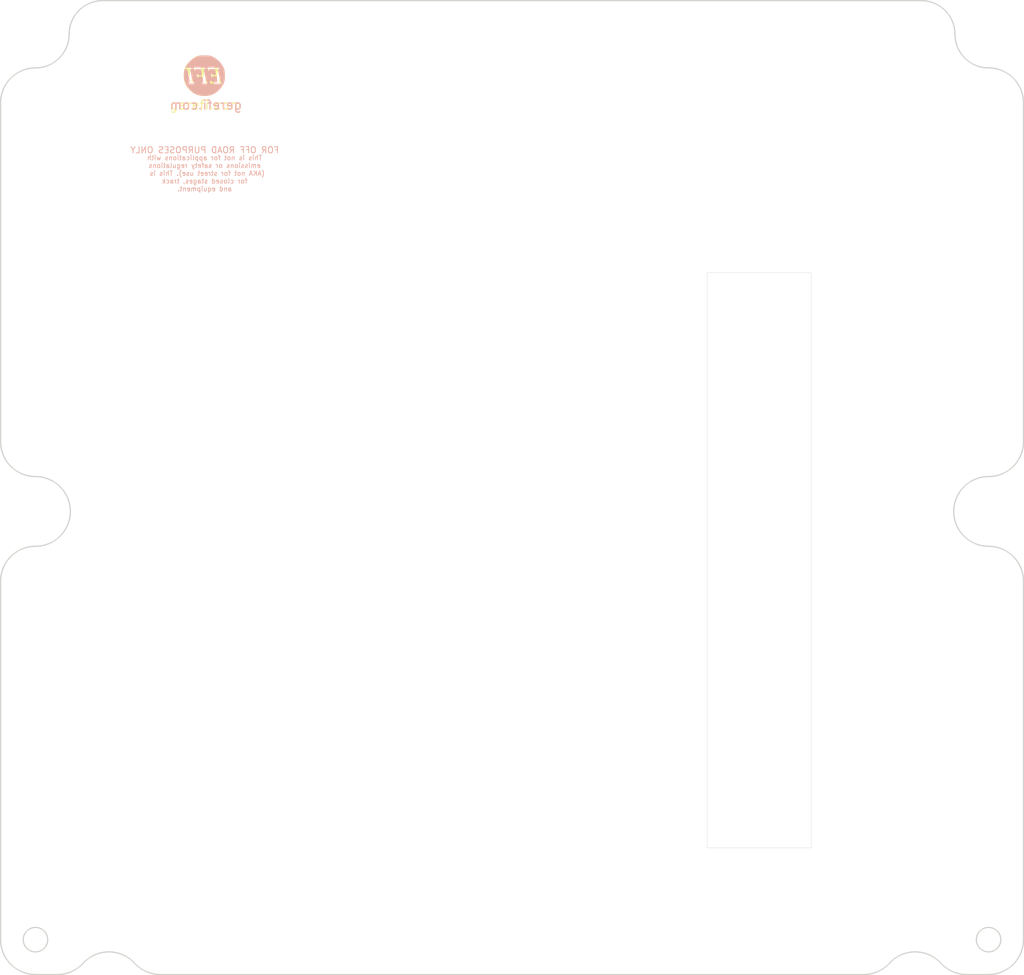
<source format=kicad_pcb>
(kicad_pcb (version 20171130) (host pcbnew "(5.1.7)-1")

  (general
    (thickness 1.6)
    (drawings 40)
    (tracks 0)
    (zones 0)
    (modules 3)
    (nets 1)
  )

  (page A3)
  (layers
    (0 F.Cu signal)
    (31 B.Cu signal)
    (32 B.Adhes user)
    (33 F.Adhes user)
    (34 B.Paste user)
    (35 F.Paste user)
    (36 B.SilkS user)
    (37 F.SilkS user)
    (38 B.Mask user)
    (39 F.Mask user)
    (40 Dwgs.User user)
    (41 Cmts.User user)
    (42 Eco1.User user)
    (43 Eco2.User user)
    (44 Edge.Cuts user)
    (45 Margin user)
    (46 B.CrtYd user)
    (47 F.CrtYd user)
    (48 B.Fab user)
    (49 F.Fab user)
  )

  (setup
    (last_trace_width 0.25)
    (trace_clearance 0.2)
    (zone_clearance 0.508)
    (zone_45_only no)
    (trace_min 0.2)
    (via_size 0.8)
    (via_drill 0.4)
    (via_min_size 0.4)
    (via_min_drill 0.3)
    (uvia_size 0.3)
    (uvia_drill 0.1)
    (uvias_allowed no)
    (uvia_min_size 0.2)
    (uvia_min_drill 0.1)
    (edge_width 0.05)
    (segment_width 0.2)
    (pcb_text_width 0.3)
    (pcb_text_size 1.5 1.5)
    (mod_edge_width 0.12)
    (mod_text_size 1 1)
    (mod_text_width 0.15)
    (pad_size 1.524 1.524)
    (pad_drill 0.762)
    (pad_to_mask_clearance 0)
    (aux_axis_origin 0 0)
    (visible_elements 7FFFFFFF)
    (pcbplotparams
      (layerselection 0x010fc_ffffffff)
      (usegerberextensions true)
      (usegerberattributes true)
      (usegerberadvancedattributes true)
      (creategerberjobfile true)
      (excludeedgelayer false)
      (linewidth 0.100000)
      (plotframeref false)
      (viasonmask false)
      (mode 1)
      (useauxorigin false)
      (hpglpennumber 1)
      (hpglpenspeed 20)
      (hpglpendiameter 15.000000)
      (psnegative false)
      (psa4output false)
      (plotreference true)
      (plotvalue true)
      (plotinvisibletext false)
      (padsonsilk false)
      (subtractmaskfromsilk false)
      (outputformat 1)
      (mirror false)
      (drillshape 0)
      (scaleselection 1)
      (outputdirectory "gerber/"))
  )

  (net 0 "")

  (net_class Default "This is the default net class."
    (clearance 0.2)
    (trace_width 0.25)
    (via_dia 0.8)
    (via_drill 0.4)
    (uvia_dia 0.3)
    (uvia_drill 0.1)
  )

  (module gerefi:Off_Road_Disclaimer (layer B.Cu) (tedit 5EC64B48) (tstamp 5FB9B81C)
    (at 129.35 78.1 180)
    (fp_text reference G? (at 0 5.715) (layer B.SilkS) hide
      (effects (font (size 1.524 1.524) (thickness 0.3048)) (justify mirror))
    )
    (fp_text value Disclaimer (at 0 8.255) (layer B.SilkS) hide
      (effects (font (size 1.524 1.524) (thickness 0.3048)) (justify mirror))
    )
    (fp_text user "and equipment." (at 0 -3.175) (layer B.SilkS)
      (effects (font (size 0.762 0.762) (thickness 0.127)) (justify mirror))
    )
    (fp_text user "for closed stages, track" (at 0 -1.905) (layer B.SilkS)
      (effects (font (size 0.762 0.762) (thickness 0.127)) (justify mirror))
    )
    (fp_text user "(AKA not for street use). This is " (at -0.127 -0.635) (layer B.SilkS)
      (effects (font (size 0.762 0.762) (thickness 0.127)) (justify mirror))
    )
    (fp_text user "emissions or safety regulations" (at 0 0.635) (layer B.SilkS)
      (effects (font (size 0.762 0.762) (thickness 0.127)) (justify mirror))
    )
    (fp_text user "This is not for applications with" (at 0 1.905) (layer B.SilkS)
      (effects (font (size 0.762 0.762) (thickness 0.127)) (justify mirror))
    )
    (fp_text user "FOR OFF ROAD PURPOSES ONLY" (at 0 3.175) (layer B.SilkS)
      (effects (font (size 1 1) (thickness 0.15)) (justify mirror))
    )
  )

  (module gerefi:LOGO (layer F.Cu) (tedit 5C163912) (tstamp 5FB9B54F)
    (at 129.3 62.8)
    (fp_text reference G? (at 0 4.14782) (layer F.SilkS) hide
      (effects (font (size 1.524 1.524) (thickness 0.3048)))
    )
    (fp_text value LOGO (at 0 -4.14782) (layer F.SilkS) hide
      (effects (font (size 1.524 1.524) (thickness 0.3048)))
    )
    (fp_poly (pts (xy 3.3528 -0.39624) (xy 3.35026 0.29972) (xy 3.19532 0.9906) (xy 2.8956 1.64338)
      (xy 2.46634 2.21996) (xy 2.31394 2.37744) (xy 1.80086 2.794) (xy 1.27508 3.07086)
      (xy 0.68834 3.2258) (xy 0.127 3.27406) (xy -0.46736 3.26898) (xy -0.9271 3.2004)
      (xy -1.05664 3.16484) (xy -1.73482 2.86258) (xy -2.32156 2.41808) (xy -2.8194 1.83134)
      (xy -3.10896 1.3462) (xy -3.21564 1.12776) (xy -3.28422 0.92964) (xy -3.32232 0.70866)
      (xy -3.3401 0.4191) (xy -3.34518 0.01016) (xy -3.34518 -0.04318) (xy -3.3401 -0.46736)
      (xy -3.32486 -0.77216) (xy -3.28676 -1.0033) (xy -3.22072 -1.21158) (xy -3.11658 -1.44272)
      (xy -3.10134 -1.46812) (xy -2.7686 -1.99644) (xy -2.31648 -2.49428) (xy -1.79832 -2.90576)
      (xy -1.47574 -3.09372) (xy -1.23698 -3.20294) (xy -1.03124 -3.2766) (xy -0.80518 -3.31724)
      (xy -0.51562 -3.33756) (xy -0.10922 -3.34264) (xy -0.04064 -3.34264) (xy 0.37846 -3.3401)
      (xy 0.68072 -3.32486) (xy 0.90932 -3.2893) (xy 1.1176 -3.22326) (xy 1.35382 -3.11658)
      (xy 1.44018 -3.0734) (xy 1.97612 -2.73558) (xy 2.47904 -2.28854) (xy 2.88798 -1.78308)
      (xy 2.95656 -1.67132) (xy 3.14706 -1.35382) (xy 2.63906 -1.35382) (xy 2.32664 -1.34112)
      (xy 2.14884 -1.2954) (xy 2.08534 -1.22936) (xy 2.10058 -1.12014) (xy 2.1717 -1.10236)
      (xy 2.26314 -1.05918) (xy 2.26568 -0.90678) (xy 2.25806 -0.86868) (xy 2.2225 -0.6858)
      (xy 2.16916 -0.38608) (xy 2.10058 -0.01778) (xy 2.06248 0.2032) (xy 1.98374 0.60452)
      (xy 1.91516 0.86614) (xy 1.84658 1.016) (xy 1.77038 1.07696) (xy 1.76022 1.0795)
      (xy 1.74752 1.08458) (xy 1.74752 -1.35382) (xy 0.78994 -1.35382) (xy 0.36576 -1.35128)
      (xy 0.08382 -1.33858) (xy -0.08128 -1.31318) (xy -0.15494 -1.27254) (xy -0.17018 -1.22682)
      (xy -0.1016 -1.11506) (xy -0.04318 -1.09982) (xy 0.01524 -1.1049) (xy 0.05334 -1.09728)
      (xy 0.06858 -1.0541) (xy 0.06096 -0.94996) (xy 0.0254 -0.75438) (xy -0.03556 -0.44704)
      (xy -0.127 0) (xy -0.20828 0.39624) (xy -0.27432 0.72898) (xy -0.32004 0.96266)
      (xy -0.33782 1.0668) (xy -0.33782 1.06934) (xy -0.40894 1.09728) (xy -0.46482 1.09982)
      (xy -0.53848 1.12776) (xy -0.53848 -1.35382) (xy -1.49606 -1.35382) (xy -1.92024 -1.35128)
      (xy -2.20218 -1.33858) (xy -2.36728 -1.31318) (xy -2.44094 -1.27254) (xy -2.45618 -1.22682)
      (xy -2.3876 -1.1176) (xy -2.3241 -1.09982) (xy -2.22758 -1.04394) (xy -2.23266 -0.9525)
      (xy -2.26568 -0.8128) (xy -2.3241 -0.5461) (xy -2.39522 -0.19558) (xy -2.4638 0.14732)
      (xy -2.5654 0.62484) (xy -2.65684 0.9398) (xy -2.73304 1.08712) (xy -2.75844 1.09982)
      (xy -2.89814 1.15824) (xy -2.921 1.18618) (xy -2.86512 1.22428) (xy -2.64922 1.25222)
      (xy -2.27838 1.26746) (xy -1.95326 1.27) (xy -0.93218 1.27) (xy -0.93218 1.016)
      (xy -0.97028 0.8128) (xy -1.05918 0.762) (xy -1.17094 0.8255) (xy -1.18618 0.88138)
      (xy -1.25984 0.94996) (xy -1.44526 1.01854) (xy -1.67894 1.07188) (xy -1.905 1.09982)
      (xy -2.06248 1.08712) (xy -2.09042 1.06934) (xy -2.10566 0.96774) (xy -2.09804 0.7493)
      (xy -2.07772 0.55372) (xy -2.0193 0.08382) (xy -1.68656 0.08382) (xy -1.47828 0.10414)
      (xy -1.36144 0.15748) (xy -1.35382 0.17526) (xy -1.3208 0.25908) (xy -1.2446 0.22352)
      (xy -1.1557 0.10414) (xy -1.0922 -0.06858) (xy -1.0922 -0.07112) (xy -1.07442 -0.26416)
      (xy -1.1303 -0.33782) (xy -1.15316 -0.33782) (xy -1.25984 -0.28956) (xy -1.27 -0.254)
      (xy -1.3462 -0.20066) (xy -1.53162 -0.17018) (xy -1.59512 -0.17018) (xy -1.9177 -0.17018)
      (xy -1.83388 -0.635) (xy -1.75006 -1.10236) (xy -1.24714 -1.09982) (xy -0.9652 -1.09474)
      (xy -0.82042 -1.0668) (xy -0.78486 -1.00838) (xy -0.79248 -0.97282) (xy -0.78232 -0.8636)
      (xy -0.72644 -0.84582) (xy -0.635 -0.92202) (xy -0.57658 -1.09728) (xy -0.57404 -1.09982)
      (xy -0.53848 -1.35382) (xy -0.53848 1.12776) (xy -0.57912 1.14554) (xy -0.59182 1.18618)
      (xy -0.51562 1.22936) (xy -0.31496 1.25984) (xy -0.08382 1.27) (xy 0.18542 1.2573)
      (xy 0.3683 1.22428) (xy 0.42418 1.18618) (xy 0.35306 1.11252) (xy 0.28702 1.09982)
      (xy 0.20574 1.07442) (xy 0.18034 0.96774) (xy 0.2032 0.74168) (xy 0.20828 0.70866)
      (xy 0.254 0.44704) (xy 0.29718 0.24892) (xy 0.31242 0.20066) (xy 0.40894 0.12954)
      (xy 0.5842 0.0889) (xy 0.7747 0.0889) (xy 0.90678 0.127) (xy 0.93218 0.17018)
      (xy 0.97282 0.25908) (xy 1.0668 0.2413) (xy 1.16586 0.13716) (xy 1.20904 0.02032)
      (xy 1.22936 -0.19304) (xy 1.17856 -0.254) (xy 1.08204 -0.18542) (xy 0.93218 -0.11684)
      (xy 0.70866 -0.08636) (xy 0.69088 -0.08382) (xy 0.40132 -0.08382) (xy 0.45974 -0.52578)
      (xy 0.50038 -0.7874) (xy 0.54102 -0.9779) (xy 0.5588 -1.03378) (xy 0.6604 -1.06934)
      (xy 0.87884 -1.09474) (xy 1.07188 -1.09982) (xy 1.34112 -1.0922) (xy 1.4732 -1.06172)
      (xy 1.50114 -1.00076) (xy 1.49352 -0.97536) (xy 1.50368 -0.8636) (xy 1.55956 -0.84582)
      (xy 1.651 -0.92202) (xy 1.70942 -1.09728) (xy 1.71196 -1.09982) (xy 1.74752 -1.35382)
      (xy 1.74752 1.08458) (xy 1.61544 1.14046) (xy 1.62306 1.19888) (xy 1.76276 1.2446)
      (xy 2.0193 1.26746) (xy 2.11582 1.27) (xy 2.3876 1.2573) (xy 2.57048 1.22428)
      (xy 2.62382 1.18618) (xy 2.55524 1.10998) (xy 2.49682 1.09982) (xy 2.43586 1.09474)
      (xy 2.39776 1.06426) (xy 2.3876 0.98298) (xy 2.40284 0.82296) (xy 2.44602 0.56134)
      (xy 2.52222 0.17272) (xy 2.57302 -0.08128) (xy 2.67716 -0.56388) (xy 2.77368 -0.89408)
      (xy 2.85496 -1.06426) (xy 2.88544 -1.08712) (xy 3.03276 -1.1811) (xy 3.06324 -1.21666)
      (xy 3.12674 -1.22428) (xy 3.2004 -1.0922) (xy 3.27406 -0.8509) (xy 3.33502 -0.5334)
      (xy 3.3528 -0.39624)) (layer F.SilkS) (width 0.00254))
  )

  (module gerefi:LOGO (layer B.Cu) (tedit 5C163912) (tstamp 5FB9B54B)
    (at 129.3 62.8 180)
    (fp_text reference G? (at 0 -4.14782) (layer B.SilkS) hide
      (effects (font (size 1.524 1.524) (thickness 0.3048)) (justify mirror))
    )
    (fp_text value LOGO (at 0 4.14782) (layer B.SilkS) hide
      (effects (font (size 1.524 1.524) (thickness 0.3048)) (justify mirror))
    )
    (fp_poly (pts (xy 3.3528 0.39624) (xy 3.35026 -0.29972) (xy 3.19532 -0.9906) (xy 2.8956 -1.64338)
      (xy 2.46634 -2.21996) (xy 2.31394 -2.37744) (xy 1.80086 -2.794) (xy 1.27508 -3.07086)
      (xy 0.68834 -3.2258) (xy 0.127 -3.27406) (xy -0.46736 -3.26898) (xy -0.9271 -3.2004)
      (xy -1.05664 -3.16484) (xy -1.73482 -2.86258) (xy -2.32156 -2.41808) (xy -2.8194 -1.83134)
      (xy -3.10896 -1.3462) (xy -3.21564 -1.12776) (xy -3.28422 -0.92964) (xy -3.32232 -0.70866)
      (xy -3.3401 -0.4191) (xy -3.34518 -0.01016) (xy -3.34518 0.04318) (xy -3.3401 0.46736)
      (xy -3.32486 0.77216) (xy -3.28676 1.0033) (xy -3.22072 1.21158) (xy -3.11658 1.44272)
      (xy -3.10134 1.46812) (xy -2.7686 1.99644) (xy -2.31648 2.49428) (xy -1.79832 2.90576)
      (xy -1.47574 3.09372) (xy -1.23698 3.20294) (xy -1.03124 3.2766) (xy -0.80518 3.31724)
      (xy -0.51562 3.33756) (xy -0.10922 3.34264) (xy -0.04064 3.34264) (xy 0.37846 3.3401)
      (xy 0.68072 3.32486) (xy 0.90932 3.2893) (xy 1.1176 3.22326) (xy 1.35382 3.11658)
      (xy 1.44018 3.0734) (xy 1.97612 2.73558) (xy 2.47904 2.28854) (xy 2.88798 1.78308)
      (xy 2.95656 1.67132) (xy 3.14706 1.35382) (xy 2.63906 1.35382) (xy 2.32664 1.34112)
      (xy 2.14884 1.2954) (xy 2.08534 1.22936) (xy 2.10058 1.12014) (xy 2.1717 1.10236)
      (xy 2.26314 1.05918) (xy 2.26568 0.90678) (xy 2.25806 0.86868) (xy 2.2225 0.6858)
      (xy 2.16916 0.38608) (xy 2.10058 0.01778) (xy 2.06248 -0.2032) (xy 1.98374 -0.60452)
      (xy 1.91516 -0.86614) (xy 1.84658 -1.016) (xy 1.77038 -1.07696) (xy 1.76022 -1.0795)
      (xy 1.74752 -1.08458) (xy 1.74752 1.35382) (xy 0.78994 1.35382) (xy 0.36576 1.35128)
      (xy 0.08382 1.33858) (xy -0.08128 1.31318) (xy -0.15494 1.27254) (xy -0.17018 1.22682)
      (xy -0.1016 1.11506) (xy -0.04318 1.09982) (xy 0.01524 1.1049) (xy 0.05334 1.09728)
      (xy 0.06858 1.0541) (xy 0.06096 0.94996) (xy 0.0254 0.75438) (xy -0.03556 0.44704)
      (xy -0.127 0) (xy -0.20828 -0.39624) (xy -0.27432 -0.72898) (xy -0.32004 -0.96266)
      (xy -0.33782 -1.0668) (xy -0.33782 -1.06934) (xy -0.40894 -1.09728) (xy -0.46482 -1.09982)
      (xy -0.53848 -1.12776) (xy -0.53848 1.35382) (xy -1.49606 1.35382) (xy -1.92024 1.35128)
      (xy -2.20218 1.33858) (xy -2.36728 1.31318) (xy -2.44094 1.27254) (xy -2.45618 1.22682)
      (xy -2.3876 1.1176) (xy -2.3241 1.09982) (xy -2.22758 1.04394) (xy -2.23266 0.9525)
      (xy -2.26568 0.8128) (xy -2.3241 0.5461) (xy -2.39522 0.19558) (xy -2.4638 -0.14732)
      (xy -2.5654 -0.62484) (xy -2.65684 -0.9398) (xy -2.73304 -1.08712) (xy -2.75844 -1.09982)
      (xy -2.89814 -1.15824) (xy -2.921 -1.18618) (xy -2.86512 -1.22428) (xy -2.64922 -1.25222)
      (xy -2.27838 -1.26746) (xy -1.95326 -1.27) (xy -0.93218 -1.27) (xy -0.93218 -1.016)
      (xy -0.97028 -0.8128) (xy -1.05918 -0.762) (xy -1.17094 -0.8255) (xy -1.18618 -0.88138)
      (xy -1.25984 -0.94996) (xy -1.44526 -1.01854) (xy -1.67894 -1.07188) (xy -1.905 -1.09982)
      (xy -2.06248 -1.08712) (xy -2.09042 -1.06934) (xy -2.10566 -0.96774) (xy -2.09804 -0.7493)
      (xy -2.07772 -0.55372) (xy -2.0193 -0.08382) (xy -1.68656 -0.08382) (xy -1.47828 -0.10414)
      (xy -1.36144 -0.15748) (xy -1.35382 -0.17526) (xy -1.3208 -0.25908) (xy -1.2446 -0.22352)
      (xy -1.1557 -0.10414) (xy -1.0922 0.06858) (xy -1.0922 0.07112) (xy -1.07442 0.26416)
      (xy -1.1303 0.33782) (xy -1.15316 0.33782) (xy -1.25984 0.28956) (xy -1.27 0.254)
      (xy -1.3462 0.20066) (xy -1.53162 0.17018) (xy -1.59512 0.17018) (xy -1.9177 0.17018)
      (xy -1.83388 0.635) (xy -1.75006 1.10236) (xy -1.24714 1.09982) (xy -0.9652 1.09474)
      (xy -0.82042 1.0668) (xy -0.78486 1.00838) (xy -0.79248 0.97282) (xy -0.78232 0.8636)
      (xy -0.72644 0.84582) (xy -0.635 0.92202) (xy -0.57658 1.09728) (xy -0.57404 1.09982)
      (xy -0.53848 1.35382) (xy -0.53848 -1.12776) (xy -0.57912 -1.14554) (xy -0.59182 -1.18618)
      (xy -0.51562 -1.22936) (xy -0.31496 -1.25984) (xy -0.08382 -1.27) (xy 0.18542 -1.2573)
      (xy 0.3683 -1.22428) (xy 0.42418 -1.18618) (xy 0.35306 -1.11252) (xy 0.28702 -1.09982)
      (xy 0.20574 -1.07442) (xy 0.18034 -0.96774) (xy 0.2032 -0.74168) (xy 0.20828 -0.70866)
      (xy 0.254 -0.44704) (xy 0.29718 -0.24892) (xy 0.31242 -0.20066) (xy 0.40894 -0.12954)
      (xy 0.5842 -0.0889) (xy 0.7747 -0.0889) (xy 0.90678 -0.127) (xy 0.93218 -0.17018)
      (xy 0.97282 -0.25908) (xy 1.0668 -0.2413) (xy 1.16586 -0.13716) (xy 1.20904 -0.02032)
      (xy 1.22936 0.19304) (xy 1.17856 0.254) (xy 1.08204 0.18542) (xy 0.93218 0.11684)
      (xy 0.70866 0.08636) (xy 0.69088 0.08382) (xy 0.40132 0.08382) (xy 0.45974 0.52578)
      (xy 0.50038 0.7874) (xy 0.54102 0.9779) (xy 0.5588 1.03378) (xy 0.6604 1.06934)
      (xy 0.87884 1.09474) (xy 1.07188 1.09982) (xy 1.34112 1.0922) (xy 1.4732 1.06172)
      (xy 1.50114 1.00076) (xy 1.49352 0.97536) (xy 1.50368 0.8636) (xy 1.55956 0.84582)
      (xy 1.651 0.92202) (xy 1.70942 1.09728) (xy 1.71196 1.09982) (xy 1.74752 1.35382)
      (xy 1.74752 -1.08458) (xy 1.61544 -1.14046) (xy 1.62306 -1.19888) (xy 1.76276 -1.2446)
      (xy 2.0193 -1.26746) (xy 2.11582 -1.27) (xy 2.3876 -1.2573) (xy 2.57048 -1.22428)
      (xy 2.62382 -1.18618) (xy 2.55524 -1.10998) (xy 2.49682 -1.09982) (xy 2.43586 -1.09474)
      (xy 2.39776 -1.06426) (xy 2.3876 -0.98298) (xy 2.40284 -0.82296) (xy 2.44602 -0.56134)
      (xy 2.52222 -0.17272) (xy 2.57302 0.08128) (xy 2.67716 0.56388) (xy 2.77368 0.89408)
      (xy 2.85496 1.06426) (xy 2.88544 1.08712) (xy 3.03276 1.1811) (xy 3.06324 1.21666)
      (xy 3.12674 1.22428) (xy 3.2004 1.0922) (xy 3.27406 0.8509) (xy 3.33502 0.5334)
      (xy 3.3528 0.39624)) (layer B.SilkS) (width 0.00254))
  )

  (gr_text gerefi.com (at 129.55 67.55) (layer F.SilkS) (tstamp 5FB9B554)
    (effects (font (size 1.5 1.5) (thickness 0.2)))
  )
  (gr_text gerefi.com (at 129.55 67.55) (layer B.SilkS) (tstamp 5FB9B553)
    (effects (font (size 1.5 1.5) (thickness 0.2)) (justify mirror))
  )
  (gr_line (start 96 122.6) (end 96 67.2) (layer Edge.Cuts) (width 0.2))
  (gr_line (start 211.5 189) (end 211.5 95) (layer Edge.Cuts) (width 0.05) (tstamp 5FB9B16E))
  (gr_line (start 228.5 189) (end 211.5 189) (layer Edge.Cuts) (width 0.05))
  (gr_line (start 228.5 95) (end 228.5 189) (layer Edge.Cuts) (width 0.05))
  (gr_line (start 211.5 95) (end 228.5 95) (layer Edge.Cuts) (width 0.05))
  (gr_circle (center 257.5 204) (end 259.5 204) (layer Edge.Cuts) (width 0.2))
  (gr_arc (start 257.5 134) (end 257.5 128.3) (angle -180) (layer Edge.Cuts) (width 0.2))
  (gr_line (start 246.5 50.5) (end 112.7 50.5) (layer Edge.Cuts) (width 0.2))
  (gr_line (start 228.5 189) (end 228.5 95) (layer Dwgs.User) (width 0.2))
  (gr_line (start 257.5 209.7) (end 253.906546 209.7) (layer Edge.Cuts) (width 0.2))
  (gr_arc (start 101.7 204) (end 96 204) (angle -90) (layer Edge.Cuts) (width 0.2))
  (gr_arc (start 257.5 204) (end 257.5 209.7) (angle -90) (layer Edge.Cuts) (width 0.2))
  (gr_arc (start 101.7 145.4) (end 101.7 139.7) (angle -90) (layer Edge.Cuts) (width 0.2))
  (gr_arc (start 257.5 56) (end 252.000001 56) (angle -90) (layer Edge.Cuts) (width 0.2))
  (gr_arc (start 101.7 134) (end 101.7 139.7) (angle -180) (layer Edge.Cuts) (width 0.2))
  (gr_arc (start 112.7 56) (end 112.7 50.5) (angle -90) (layer Edge.Cuts) (width 0.2))
  (gr_line (start 263.2 204) (end 263.2 145.4) (layer Edge.Cuts) (width 0.2))
  (gr_arc (start 257.5 67.2) (end 263.2 67.2) (angle -90) (layer Edge.Cuts) (width 0.2))
  (gr_arc (start 237.093455 204) (end 237.093455 209.7) (angle -47.5) (layer Edge.Cuts) (width 0.2))
  (gr_line (start 101.7 209.7) (end 105.293455 209.7) (layer Edge.Cuts) (width 0.2))
  (gr_arc (start 253.906546 204) (end 249.703273 207.849999) (angle -47.5) (layer Edge.Cuts) (width 0.2))
  (gr_circle (center 101.7 204) (end 103.7 204) (layer Edge.Cuts) (width 0.2))
  (gr_arc (start 101.7 67.2) (end 101.7 61.5) (angle -90) (layer Edge.Cuts) (width 0.2))
  (gr_arc (start 122.106546 204) (end 117.903273 207.849999) (angle -47.5) (layer Edge.Cuts) (width 0.2))
  (gr_arc (start 101.7 122.6) (end 96 122.6) (angle -90) (layer Edge.Cuts) (width 0.2))
  (gr_line (start 228.5 189) (end 211.5 189) (layer Dwgs.User) (width 0.2))
  (gr_arc (start 101.7 56) (end 101.7 61.5) (angle -90) (layer Edge.Cuts) (width 0.2))
  (gr_arc (start 246.5 56) (end 252.000001 56) (angle -90) (layer Edge.Cuts) (width 0.2))
  (gr_arc (start 113.7 211.7) (end 117.903273 207.85) (angle -95) (layer Edge.Cuts) (width 0.2))
  (gr_arc (start 245.5 211.7) (end 249.703273 207.85) (angle -95) (layer Edge.Cuts) (width 0.2))
  (gr_arc (start 105.293455 204) (end 105.293455 209.7) (angle -47.5) (layer Edge.Cuts) (width 0.2))
  (gr_line (start 211.5 189) (end 211.5 95) (layer Dwgs.User) (width 0.2))
  (gr_line (start 228.5 95) (end 211.5 95) (layer Dwgs.User) (width 0.2))
  (gr_line (start 237.093455 209.7) (end 122.106546 209.7) (layer Edge.Cuts) (width 0.2))
  (gr_line (start 263.2 122.6) (end 263.2 67.2) (layer Edge.Cuts) (width 0.2))
  (gr_arc (start 257.5 122.6) (end 257.5 128.300001) (angle -90) (layer Edge.Cuts) (width 0.2))
  (gr_arc (start 257.5 145.4) (end 263.199999 145.4) (angle -90) (layer Edge.Cuts) (width 0.2))
  (gr_line (start 96 204) (end 96 145.4) (layer Edge.Cuts) (width 0.2))

)

</source>
